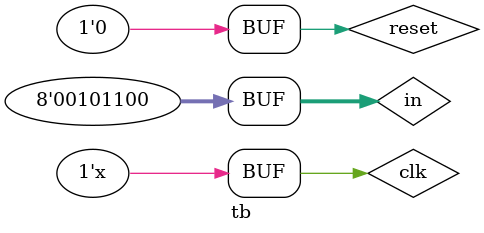
<source format=v>
`timescale 1ns / 1ps


module tb;

	// Inputs
	reg clk;
	reg reset;
	reg [7:0] in;

	// Outputs
	wire result;

	// Instantiate the Unit Under Test (UUT)
	BlockChecker uut (
		.clk(clk), 
		.reset(reset), 
		.in(in), 
		.result(result)
	);

	initial begin
		// Initialize Inputs
		clk = 0;
		reset = 0;
		in = "b";
		#10;
		in = "e";
		#10;
		in= " ";
		#10;
		in = "b";
		#10;
		in = "e";
		#10;
		in = "g";
		#10;
		in = "I";
		#10;
		in = "n";
		#10;
		in = " ";
		#10;
		in = "B";
		#10;
		in = "E";
		#10;
		in = "g";
		#10;
		in = "I";
		#10;
		in = "n";
		#10;
		in = "n";
		#10;
		in = "n";
		#10;
		in = " ";
		#10;
		in = "B";
		#10;
		in = "B";
		#10;
		in = "E";
		#10;
		in = "g";
		#10;
		in = "I";
		#10;
		in = "n";
		#10;
		in = " ";
		#10;
		in = "B";
		#10;
		in = "E";
		#10;
		in = "g";
		#10;
		in = "I";
		#10;
		in = "n";
		#10;
		in = " ";
		#10;
		in = "E";
		#10;
		in = "n";
		#10;
		in = "d";
		#10;
		in = " ";
		#10;
		in = "E";
		#10;
		in = "n";
		#10;
		in = "d";
		#10;
		in = "d";
		#10;
		in = "a";
		#10;
		reset = 1;
		#10;
		reset = 0;
		in = " ";
		#10;
		in = "E";
		#10;
		in = "n";
		#10;
		in = "d";
		#10;
		in = " ";
		#10;
		in = "E";
		#10;
		in = "n";
		#10;
		in = "d";
		#10;
		reset = 1;
		#10;
		reset = 0;
		in = " ";
		#10;
		in = "B";
		#10;
		in = "E";
		#10;
		in = "g";
		#10;
		in = "I";
		#10;
		in = "n";
		#10;
		in = "Z";
		#10;
		in = " ";
		#10;
		in = "B";
		#10;
		in = "E";
		#10;
		in = "g";
		#10;
		in = "I";
		#10;
		in = "n";
		#10;
		in = " ";
		#10;
		in = "E";
		#10;
		in = "n";
		#10;
		in = "d";
		#10;
		in = "c";
		#10;
		in = " ";
		#10;
		in = "e";
		#10;
		in = "n";
		#10;
		in = "d";
		#10;
		in = " ";
		#10;
		in = "a";
		#10;
		in = "e";
		#10;
		in = "n";
		#10;
		in = "d";
		#10;
		in = " ";
		#10;
		in = "b";
		#10;
		in = "e";
		#10;
		in = "g";
		#10;
		in = "i";
		#10;
		in = "n";
		#10;
		in = " ";
		#10;
		in = "o";
		#10;
		in = "r";
		#10;
		in = "G";
		#10;
		in = "A";
		#10;
		in = "N";
		#10;
		in = "i";
		#10;
		in = "z";
		#10;
		in = "a";
		#10;
		in = "t";
		#10;
		in = "i";
		#10;
		in = "o";
		#10;
		in = "n";
		#10;
		in = " ";
		#10;
		in = "E";
		#10;
		in = "n";
		#10;
		in = "d";
		#10;
		in = " ";
		#10;
		in = "r";
		#10;
		in = "l";
		#10;
		in = "d";
		#10;
		in = ",";


	end
      always #5 clk = ~clk;
endmodule


</source>
